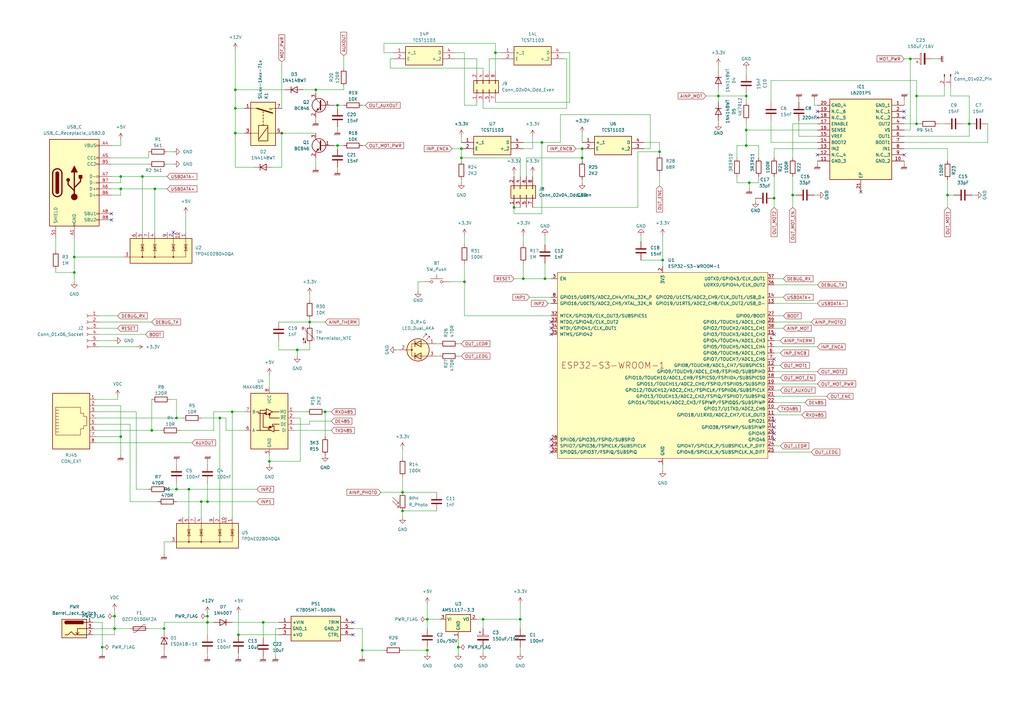
<source format=kicad_sch>
(kicad_sch (version 20230121) (generator eeschema)
  (paper "A3")
  (junction (at 49.53 72.39))
  (junction (at 165.1 201.93))
  (junction (at 214.63 114.3))
  (junction (at 115.57 54.61))
  (junction (at 72.39 171.45))
  (junction (at 96.52 36.83))
  (junction (at 90.17 171.45))
  (junction (at 271.78 106.68))
  (junction (at 110.49 189.23))
  (junction (at 270.51 62.23))
  (junction (at 127 132.08))
  (junction (at 165.1 209.55))
  (junction (at 203.2 21.59))
  (junction (at 198.12 254))
  (junction (at 222.25 58.42))
  (junction (at 49.53 77.47))
  (junction (at 187.96 265.43))
  (junction (at 138.43 59.69))
  (junction (at 95.25 168.91))
  (junction (at 85.09 255.27))
  (junction (at 138.43 43.18))
  (junction (at 97.79 260.35))
  (junction (at 175.26 254))
  (junction (at 96.52 54.61))
  (junction (at 294.64 39.37))
  (junction (at 189.23 60.96))
  (junction (at 306.07 53.34))
  (junction (at 375.92 50.8))
  (junction (at 238.76 60.96))
  (junction (at 49.53 179.07))
  (junction (at 397.51 50.8))
  (junction (at 189.23 64.77))
  (junction (at 46.99 252.73))
  (junction (at 133.35 168.91))
  (junction (at 121.92 143.51))
  (junction (at 148.59 266.7))
  (junction (at 129.54 36.83))
  (junction (at 58.42 72.39))
  (junction (at 72.39 200.66))
  (junction (at 388.62 80.01))
  (junction (at 306.07 59.69))
  (junction (at 238.76 64.77))
  (junction (at 307.34 74.93))
  (junction (at 190.5 115.57))
  (junction (at 46.99 257.81))
  (junction (at 96.52 44.45))
  (junction (at 77.47 200.66))
  (junction (at 317.5 81.28))
  (junction (at 306.07 39.37))
  (junction (at 30.48 111.76))
  (junction (at 63.5 77.47))
  (junction (at 223.52 114.3))
  (junction (at 82.55 205.74))
  (junction (at 30.48 105.41))
  (junction (at 85.09 252.73))
  (junction (at 375.92 39.37))
  (junction (at 325.12 80.01))
  (junction (at 41.91 265.43))
  (junction (at 213.36 254))
  (junction (at 175.26 266.7))
  (junction (at 107.95 255.27))
  (junction (at 85.09 205.74))
  (junction (at 67.31 257.81))
  (junction (at 373.38 24.13))
  (junction (at 210.82 85.09))
  (junction (at 62.23 176.53))
  (no_connect (at 370.84 63.5))
  (no_connect (at 335.28 63.5))
  (no_connect (at 317.5 180.34))
  (no_connect (at 353.06 78.74))
  (no_connect (at 144.78 260.35))
  (no_connect (at 45.72 90.17))
  (no_connect (at 226.06 132.08))
  (no_connect (at 317.5 177.8))
  (no_connect (at 144.78 255.27))
  (no_connect (at 317.5 172.72))
  (no_connect (at 335.28 48.26))
  (no_connect (at 335.28 45.72))
  (no_connect (at 71.12 95.25))
  (no_connect (at 317.5 147.32))
  (no_connect (at 370.84 45.72))
  (no_connect (at 226.06 180.34))
  (no_connect (at 317.5 137.16))
  (no_connect (at 226.06 185.42))
  (no_connect (at 370.84 48.26))
  (no_connect (at 226.06 134.62))
  (no_connect (at 317.5 175.26))
  (no_connect (at 226.06 137.16))
  (no_connect (at 226.06 182.88))
  (no_connect (at 45.72 87.63))
  (wire (pts (xy 85.09 255.27) (xy 87.63 255.27)))
  (wire (pts (xy 40.64 129.54) (xy 48.26 129.54)))
  (wire (pts (xy 210.82 85.09) (xy 213.36 85.09)))
  (wire (pts (xy 370.84 24.13) (xy 373.38 24.13)))
  (wire (pts (xy 46.99 257.81) (xy 46.99 260.35)))
  (wire (pts (xy 184.15 115.57) (xy 190.5 115.57)))
  (wire (pts (xy 95.25 168.91) (xy 95.25 212.09)))
  (wire (pts (xy 149.86 43.18) (xy 148.59 43.18)))
  (wire (pts (xy 125.73 168.91) (xy 120.65 168.91)))
  (wire (pts (xy 92.71 176.53) (xy 100.33 176.53)))
  (wire (pts (xy 294.64 50.8) (xy 294.64 49.53)))
  (wire (pts (xy 49.53 80.01) (xy 49.53 77.47)))
  (wire (pts (xy 104.14 68.58) (xy 96.52 68.58)))
  (wire (pts (xy 55.88 200.66) (xy 55.88 168.91)))
  (wire (pts (xy 321.31 114.3) (xy 317.5 114.3)))
  (wire (pts (xy 217.17 121.92) (xy 226.06 121.92)))
  (wire (pts (xy 95.25 255.27) (xy 107.95 255.27)))
  (wire (pts (xy 62.23 176.53) (xy 66.04 176.53)))
  (wire (pts (xy 40.64 134.62) (xy 48.26 134.62)))
  (wire (pts (xy 87.63 168.91) (xy 95.25 168.91)))
  (wire (pts (xy 187.96 265.43) (xy 187.96 267.97)))
  (wire (pts (xy 138.43 60.96) (xy 138.43 59.69)))
  (wire (pts (xy 335.28 66.04) (xy 335.28 67.31)))
  (wire (pts (xy 210.82 71.12) (xy 210.82 72.39)))
  (wire (pts (xy 140.97 36.83) (xy 129.54 36.83)))
  (wire (pts (xy 46.99 250.19) (xy 46.99 252.73)))
  (wire (pts (xy 306.07 39.37) (xy 306.07 41.91)))
  (wire (pts (xy 320.04 139.7) (xy 317.5 139.7)))
  (wire (pts (xy 394.97 50.8) (xy 397.51 50.8)))
  (wire (pts (xy 120.65 176.53) (xy 135.89 176.53)))
  (wire (pts (xy 321.31 121.92) (xy 317.5 121.92)))
  (wire (pts (xy 186.69 24.13) (xy 195.58 24.13)))
  (wire (pts (xy 72.39 190.5) (xy 72.39 189.23)))
  (wire (pts (xy 198.12 267.97) (xy 198.12 265.43)))
  (wire (pts (xy 96.52 36.83) (xy 116.84 36.83)))
  (wire (pts (xy 49.53 59.69) (xy 45.72 59.69)))
  (wire (pts (xy 111.76 68.58) (xy 115.57 68.58)))
  (wire (pts (xy 38.1 255.27) (xy 41.91 255.27)))
  (wire (pts (xy 325.12 64.77) (xy 325.12 50.8)))
  (wire (pts (xy 388.62 60.96) (xy 370.84 60.96)))
  (wire (pts (xy 127 132.08) (xy 133.35 132.08)))
  (wire (pts (xy 223.52 107.95) (xy 223.52 114.3)))
  (wire (pts (xy 233.68 21.59) (xy 231.14 21.59)))
  (wire (pts (xy 294.64 39.37) (xy 306.07 39.37)))
  (wire (pts (xy 317.5 72.39) (xy 317.5 81.28)))
  (wire (pts (xy 335.28 152.4) (xy 317.5 152.4)))
  (wire (pts (xy 370.84 53.34) (xy 373.38 53.34)))
  (wire (pts (xy 306.07 59.69) (xy 302.26 59.69)))
  (wire (pts (xy 189.23 74.93) (xy 189.23 73.66)))
  (wire (pts (xy 82.55 212.09) (xy 82.55 205.74)))
  (wire (pts (xy 318.77 167.64) (xy 317.5 167.64)))
  (wire (pts (xy 71.12 62.23) (xy 68.58 62.23)))
  (wire (pts (xy 321.31 129.54) (xy 317.5 129.54)))
  (wire (pts (xy 160.02 27.94) (xy 160.02 24.13)))
  (wire (pts (xy 405.13 58.42) (xy 405.13 50.8)))
  (wire (pts (xy 120.65 171.45) (xy 123.19 171.45)))
  (wire (pts (xy 400.05 80.01) (xy 398.78 80.01)))
  (wire (pts (xy 373.38 24.13) (xy 374.65 24.13)))
  (wire (pts (xy 387.35 39.37) (xy 375.92 39.37)))
  (wire (pts (xy 138.43 59.69) (xy 137.16 59.69)))
  (wire (pts (xy 85.09 269.24) (xy 85.09 267.97)))
  (wire (pts (xy 388.62 66.04) (xy 388.62 60.96)))
  (wire (pts (xy 195.58 43.18) (xy 195.58 41.91)))
  (wire (pts (xy 264.16 58.42) (xy 270.51 58.42)))
  (wire (pts (xy 236.22 60.96) (xy 238.76 60.96)))
  (wire (pts (xy 82.55 205.74) (xy 85.09 205.74)))
  (wire (pts (xy 96.52 68.58) (xy 96.52 54.61)))
  (wire (pts (xy 198.12 27.94) (xy 198.12 29.21)))
  (wire (pts (xy 370.84 40.64) (xy 370.84 43.18)))
  (wire (pts (xy 110.49 189.23) (xy 110.49 190.5)))
  (wire (pts (xy 203.2 17.78) (xy 203.2 21.59)))
  (wire (pts (xy 186.69 21.59) (xy 190.5 21.59)))
  (wire (pts (xy 157.48 17.78) (xy 203.2 17.78)))
  (wire (pts (xy 73.66 176.53) (xy 87.63 176.53)))
  (wire (pts (xy 306.07 53.34) (xy 306.07 59.69)))
  (wire (pts (xy 189.23 146.05) (xy 187.96 146.05)))
  (wire (pts (xy 69.85 163.83) (xy 72.39 163.83)))
  (wire (pts (xy 270.51 62.23) (xy 261.62 62.23)))
  (wire (pts (xy 77.47 200.66) (xy 105.41 200.66)))
  (wire (pts (xy 175.26 247.65) (xy 175.26 254)))
  (wire (pts (xy 294.64 39.37) (xy 294.64 41.91)))
  (wire (pts (xy 370.84 66.04) (xy 370.84 67.31)))
  (wire (pts (xy 198.12 254) (xy 198.12 257.81)))
  (wire (pts (xy 270.51 62.23) (xy 270.51 63.5)))
  (wire (pts (xy 189.23 140.97) (xy 187.96 140.97)))
  (wire (pts (xy 58.42 72.39) (xy 58.42 95.25)))
  (wire (pts (xy 238.76 54.61) (xy 238.76 58.42)))
  (wire (pts (xy 138.43 44.45) (xy 138.43 43.18)))
  (wire (pts (xy 85.09 205.74) (xy 105.41 205.74)))
  (wire (pts (xy 195.58 254) (xy 198.12 254)))
  (wire (pts (xy 121.92 143.51) (xy 121.92 146.05)))
  (wire (pts (xy 114.3 257.81) (xy 113.03 257.81)))
  (wire (pts (xy 222.25 87.63) (xy 210.82 87.63)))
  (wire (pts (xy 30.48 111.76) (xy 30.48 105.41)))
  (wire (pts (xy 320.04 182.88) (xy 317.5 182.88)))
  (wire (pts (xy 63.5 77.47) (xy 68.58 77.47)))
  (wire (pts (xy 218.44 71.12) (xy 218.44 72.39)))
  (wire (pts (xy 317.5 60.96) (xy 335.28 60.96)))
  (wire (pts (xy 60.96 64.77) (xy 60.96 62.23)))
  (wire (pts (xy 58.42 72.39) (xy 68.58 72.39)))
  (wire (pts (xy 114.3 143.51) (xy 121.92 143.51)))
  (wire (pts (xy 162.56 143.51) (xy 163.83 143.51)))
  (wire (pts (xy 218.44 60.96) (xy 214.63 60.96)))
  (wire (pts (xy 165.1 266.7) (xy 175.26 266.7)))
  (wire (pts (xy 55.88 200.66) (xy 60.96 200.66)))
  (wire (pts (xy 148.59 266.7) (xy 157.48 266.7)))
  (wire (pts (xy 316.23 49.53) (xy 316.23 58.42)))
  (wire (pts (xy 55.88 168.91) (xy 39.37 168.91)))
  (wire (pts (xy 127 133.35) (xy 127 132.08)))
  (wire (pts (xy 49.53 179.07) (xy 49.53 186.69)))
  (wire (pts (xy 165.1 195.58) (xy 165.1 201.93)))
  (wire (pts (xy 46.99 257.81) (xy 53.34 257.81)))
  (wire (pts (xy 266.7 60.96) (xy 264.16 60.96)))
  (wire (pts (xy 302.26 72.39) (xy 302.26 74.93)))
  (wire (pts (xy 97.79 251.46) (xy 97.79 260.35)))
  (wire (pts (xy 96.52 36.83) (xy 96.52 20.32)))
  (wire (pts (xy 129.54 49.53) (xy 129.54 48.26)))
  (wire (pts (xy 389.89 39.37) (xy 397.51 39.37)))
  (wire (pts (xy 49.53 74.93) (xy 49.53 72.39)))
  (wire (pts (xy 203.2 29.21) (xy 203.2 21.59)))
  (wire (pts (xy 224.79 124.46) (xy 226.06 124.46)))
  (wire (pts (xy 40.64 132.08) (xy 62.23 132.08)))
  (wire (pts (xy 175.26 266.7) (xy 175.26 265.43)))
  (wire (pts (xy 317.5 81.28) (xy 317.5 85.09)))
  (wire (pts (xy 67.31 255.27) (xy 85.09 255.27)))
  (wire (pts (xy 180.34 146.05) (xy 179.07 146.05)))
  (wire (pts (xy 97.79 269.24) (xy 97.79 267.97)))
  (wire (pts (xy 165.1 212.09) (xy 165.1 209.55)))
  (wire (pts (xy 320.04 160.02) (xy 317.5 160.02)))
  (wire (pts (xy 67.31 267.97) (xy 67.31 266.7)))
  (wire (pts (xy 388.62 85.09) (xy 388.62 80.01)))
  (wire (pts (xy 198.12 44.45) (xy 232.41 44.45)))
  (wire (pts (xy 115.57 54.61) (xy 129.54 54.61)))
  (wire (pts (xy 330.2 165.1) (xy 317.5 165.1)))
  (wire (pts (xy 110.49 186.69) (xy 110.49 189.23)))
  (wire (pts (xy 213.36 254) (xy 213.36 247.65)))
  (wire (pts (xy 77.47 200.66) (xy 77.47 212.09)))
  (wire (pts (xy 325.12 85.09) (xy 325.12 80.01)))
  (wire (pts (xy 262.89 106.68) (xy 271.78 106.68)))
  (wire (pts (xy 294.64 36.83) (xy 294.64 39.37)))
  (wire (pts (xy 140.97 59.69) (xy 138.43 59.69)))
  (wire (pts (xy 189.23 55.88) (xy 189.23 58.42)))
  (wire (pts (xy 238.76 60.96) (xy 238.76 64.77)))
  (wire (pts (xy 85.09 190.5) (xy 85.09 189.23)))
  (wire (pts (xy 67.31 255.27) (xy 67.31 257.81)))
  (wire (pts (xy 200.66 29.21) (xy 200.66 24.13)))
  (wire (pts (xy 67.31 257.81) (xy 67.31 259.08)))
  (wire (pts (xy 67.31 222.25) (xy 69.85 222.25)))
  (wire (pts (xy 189.23 64.77) (xy 189.23 66.04)))
  (wire (pts (xy 325.12 80.01) (xy 325.12 72.39)))
  (wire (pts (xy 397.51 55.88) (xy 370.84 55.88)))
  (wire (pts (xy 232.41 44.45) (xy 232.41 24.13)))
  (wire (pts (xy 76.2 87.63) (xy 76.2 95.25)))
  (wire (pts (xy 48.26 163.83) (xy 39.37 163.83)))
  (wire (pts (xy 38.1 257.81) (xy 46.99 257.81)))
  (wire (pts (xy 85.09 198.12) (xy 85.09 205.74)))
  (wire (pts (xy 127 173.99) (xy 120.65 173.99)))
  (wire (pts (xy 332.74 132.08) (xy 317.5 132.08)))
  (wire (pts (xy 373.38 24.13) (xy 373.38 53.34)))
  (wire (pts (xy 261.62 85.09) (xy 218.44 85.09)))
  (wire (pts (xy 100.33 54.61) (xy 96.52 54.61)))
  (wire (pts (xy 232.41 24.13) (xy 231.14 24.13)))
  (wire (pts (xy 190.5 43.18) (xy 195.58 43.18)))
  (wire (pts (xy 335.28 124.46) (xy 317.5 124.46)))
  (wire (pts (xy 129.54 36.83) (xy 129.54 38.1)))
  (wire (pts (xy 328.93 170.18) (xy 317.5 170.18)))
  (wire (pts (xy 375.92 50.8) (xy 377.19 50.8)))
  (wire (pts (xy 223.52 96.52) (xy 223.52 100.33)))
  (wire (pts (xy 148.59 266.7) (xy 148.59 269.24)))
  (wire (pts (xy 326.39 80.01) (xy 325.12 80.01)))
  (wire (pts (xy 96.52 44.45) (xy 96.52 54.61)))
  (wire (pts (xy 92.71 171.45) (xy 92.71 176.53)))
  (wire (pts (xy 306.07 27.94) (xy 306.07 30.48)))
  (wire (pts (xy 123.19 189.23) (xy 110.49 189.23)))
  (wire (pts (xy 129.54 68.58) (xy 129.54 64.77)))
  (wire (pts (xy 39.37 179.07) (xy 49.53 179.07)))
  (wire (pts (xy 210.82 87.63) (xy 210.82 85.09)))
  (wire (pts (xy 60.96 257.81) (xy 67.31 257.81)))
  (wire (pts (xy 335.28 157.48) (xy 317.5 157.48)))
  (wire (pts (xy 40.64 142.24) (xy 55.88 142.24)))
  (wire (pts (xy 140.97 22.86) (xy 140.97 27.94)))
  (wire (pts (xy 307.34 74.93) (xy 311.15 74.93)))
  (wire (pts (xy 53.34 205.74) (xy 64.77 205.74)))
  (wire (pts (xy 384.81 50.8) (xy 387.35 50.8)))
  (wire (pts (xy 173.99 115.57) (xy 171.45 115.57)))
  (wire (pts (xy 135.89 172.72) (xy 127 172.72)))
  (wire (pts (xy 229.87 46.99) (xy 266.7 46.99)))
  (wire (pts (xy 39.37 171.45) (xy 72.39 171.45)))
  (wire (pts (xy 138.43 69.85) (xy 138.43 68.58)))
  (wire (pts (xy 190.5 21.59) (xy 190.5 43.18)))
  (wire (pts (xy 68.58 67.31) (xy 71.12 67.31)))
  (wire (pts (xy 39.37 166.37) (xy 49.53 166.37)))
  (wire (pts (xy 335.28 116.84) (xy 317.5 116.84)))
  (wire (pts (xy 214.63 114.3) (xy 223.52 114.3)))
  (wire (pts (xy 190.5 115.57) (xy 190.5 107.95)))
  (wire (pts (xy 41.91 265.43) (xy 41.91 267.97)))
  (wire (pts (xy 203.2 41.91) (xy 233.68 41.91)))
  (wire (pts (xy 213.36 64.77) (xy 213.36 72.39)))
  (wire (pts (xy 302.26 74.93) (xy 307.34 74.93)))
  (wire (pts (xy 30.48 105.41) (xy 30.48 97.79)))
  (wire (pts (xy 171.45 115.57) (xy 171.45 119.38)))
  (wire (pts (xy 327.66 55.88) (xy 335.28 55.88)))
  (wire (pts (xy 41.91 255.27) (xy 41.91 265.43)))
  (wire (pts (xy 335.28 142.24) (xy 317.5 142.24)))
  (wire (pts (xy 90.17 171.45) (xy 92.71 171.45)))
  (wire (pts (xy 38.1 260.35) (xy 46.99 260.35)))
  (wire (pts (xy 45.72 64.77) (xy 60.96 64.77)))
  (wire (pts (xy 30.48 115.57) (xy 30.48 111.76)))
  (wire (pts (xy 320.04 149.86) (xy 317.5 149.86)))
  (wire (pts (xy 271.78 106.68) (xy 271.78 109.22)))
  (wire (pts (xy 140.97 43.18) (xy 138.43 43.18)))
  (wire (pts (xy 214.63 96.52) (xy 214.63 100.33)))
  (wire (pts (xy 165.1 201.93) (xy 179.07 201.93)))
  (wire (pts (xy 175.26 267.97) (xy 175.26 266.7)))
  (wire (pts (xy 387.35 35.56) (xy 387.35 39.37)))
  (wire (pts (xy 148.59 257.81) (xy 148.59 266.7)))
  (wire (pts (xy 48.26 162.56) (xy 48.26 163.83)))
  (wire (pts (xy 124.46 36.83) (xy 129.54 36.83)))
  (wire (pts (xy 53.34 173.99) (xy 53.34 205.74)))
  (wire (pts (xy 114.3 132.08) (xy 127 132.08)))
  (wire (pts (xy 115.57 25.4) (xy 115.57 44.45)))
  (wire (pts (xy 320.04 144.78) (xy 317.5 144.78)))
  (wire (pts (xy 215.9 64.77) (xy 215.9 72.39)))
  (wire (pts (xy 72.39 205.74) (xy 82.55 205.74)))
  (wire (pts (xy 113.03 257.81) (xy 113.03 269.24)))
  (wire (pts (xy 270.51 76.2) (xy 270.51 71.12)))
  (wire (pts (xy 213.36 265.43) (xy 213.36 267.97)))
  (wire (pts (xy 121.92 143.51) (xy 127 143.51)))
  (wire (pts (xy 180.34 254) (xy 175.26 254)))
  (wire (pts (xy 238.76 64.77) (xy 215.9 64.77)))
  (wire (pts (xy 238.76 74.93) (xy 238.76 73.66)))
  (wire (pts (xy 317.5 60.96) (xy 317.5 64.77)))
  (wire (pts (xy 49.53 72.39) (xy 58.42 72.39)))
  (wire (pts (xy 321.31 134.62) (xy 317.5 134.62)))
  (wire (pts (xy 49.53 57.15) (xy 49.53 59.69)))
  (wire (pts (xy 157.48 21.59) (xy 161.29 21.59)))
  (wire (pts (xy 320.04 154.94) (xy 317.5 154.94)))
  (wire (pts (xy 266.7 46.99) (xy 266.7 60.96)))
  (wire (pts (xy 165.1 184.15) (xy 165.1 187.96)))
  (wire (pts (xy 261.62 62.23) (xy 261.62 85.09)))
  (wire (pts (xy 40.64 139.7) (xy 46.99 139.7)))
  (wire (pts (xy 307.34 74.93) (xy 307.34 77.47)))
  (wire (pts (xy 114.3 260.35) (xy 97.79 260.35)))
  (wire (pts (xy 156.21 201.93) (xy 165.1 201.93)))
  (wire (pts (xy 389.89 35.56) (xy 389.89 39.37)))
  (wire (pts (xy 39.37 173.99) (xy 53.34 173.99)))
  (wire (pts (xy 397.51 50.8) (xy 397.51 55.88)))
  (wire (pts (xy 133.35 168.91) (xy 135.89 168.91)))
  (wire (pts (xy 335.28 58.42) (xy 316.23 58.42)))
  (wire (pts (xy 210.82 114.3) (xy 214.63 114.3)))
  (wire (pts (xy 222.25 58.42) (xy 229.87 58.42)))
  (wire (pts (xy 233.68 41.91) (xy 233.68 21.59)))
  (wire (pts (xy 45.72 74.93) (xy 49.53 74.93)))
  (wire (pts (xy 22.86 111.76) (xy 30.48 111.76)))
  (wire (pts (xy 22.86 110.49) (xy 22.86 111.76)))
  (wire (pts (xy 45.72 77.47) (xy 49.53 77.47)))
  (wire (pts (xy 110.49 153.67) (xy 110.49 158.75)))
  (wire (pts (xy 190.5 115.57) (xy 190.5 129.54)))
  (wire (pts (xy 127 172.72) (xy 127 173.99)))
  (wire (pts (xy 238.76 66.04) (xy 238.76 64.77)))
  (wire (pts (xy 140.97 36.83) (xy 140.97 35.56)))
  (wire (pts (xy 123.19 171.45) (xy 123.19 189.23)))
  (wire (pts (xy 157.48 21.59) (xy 157.48 17.78)))
  (wire (pts (xy 198.12 41.91) (xy 198.12 44.45)))
  (wire (pts (xy 203.2 21.59) (xy 205.74 21.59)))
  (wire (pts (xy 45.72 80.01) (xy 49.53 80.01)))
  (wire (pts (xy 85.09 251.46) (xy 85.09 252.73)))
  (wire (pts (xy 72.39 171.45) (xy 74.93 171.45)))
  (wire (pts (xy 214.63 58.42) (xy 222.25 58.42)))
  (wire (pts (xy 289.56 39.37) (xy 294.64 39.37)))
  (wire (pts (xy 332.74 185.42) (xy 317.5 185.42)))
  (wire (pts (xy 30.48 105.41) (xy 50.8 105.41)))
  (wire (pts (xy 339.09 162.56) (xy 317.5 162.56)))
  (wire (pts (xy 316.23 33.02) (xy 375.92 33.02)))
  (wire (pts (xy 189.23 64.77) (xy 213.36 64.77)))
  (wire (pts (xy 187.96 261.62) (xy 187.96 265.43)))
  (wire (pts (xy 144.78 257.81) (xy 148.59 257.81)))
  (wire (pts (xy 62.23 163.83) (xy 62.23 176.53)))
  (wire (pts (xy 180.34 140.97) (xy 179.07 140.97)))
  (wire (pts (xy 133.35 179.07) (xy 133.35 168.91)))
  (wire (pts (xy 370.84 50.8) (xy 375.92 50.8)))
  (wire (pts (xy 195.58 24.13) (xy 195.58 29.21)))
  (wire (pts (xy 49.53 166.37) (xy 49.53 179.07)))
  (wire (pts (xy 309.88 82.55) (xy 309.88 81.28)))
  (wire (pts (xy 90.17 171.45) (xy 90.17 212.09)))
  (wire (pts (xy 68.58 200.66) (xy 72.39 200.66)))
  (wire (pts (xy 302.26 59.69) (xy 302.26 64.77)))
  (wire (pts (xy 85.09 252.73) (xy 85.09 255.27)))
  (wire (pts (xy 127 130.81) (xy 127 132.08)))
  (wire (pts (xy 114.3 139.7) (xy 114.3 143.51)))
  (wire (pts (xy 149.86 59.69) (xy 148.59 59.69)))
  (wire (pts (xy 271.78 96.52) (xy 271.78 106.68)))
  (wire (pts (xy 370.84 58.42) (xy 405.13 58.42)))
  (wire (pts (xy 306.07 59.69) (xy 311.15 59.69)))
  (wire (pts (xy 127 140.97) (xy 127 143.51)))
  (wire (pts (xy 214.63 107.95) (xy 214.63 114.3)))
  (wire (pts (xy 160.02 24.13) (xy 161.29 24.13)))
  (wire (pts (xy 45.72 67.31) (xy 60.96 67.31)))
  (wire (pts (xy 45.72 72.39) (xy 49.53 72.39)))
  (wire (pts (xy 39.37 181.61) (xy 78.74 181.61)))
  (wire (pts (xy 107.95 261.62) (xy 107.95 255.27)))
  (wire (pts (xy 190.5 96.52) (xy 190.5 100.33)))
  (wire (pts (xy 262.89 96.52) (xy 262.89 99.06)))
  (wire (pts (xy 190.5 129.54) (xy 226.06 129.54)))
  (wire (pts (xy 384.81 24.13) (xy 382.27 24.13)))
  (wire (pts (xy 63.5 95.25) (xy 63.5 77.47)))
  (wire (pts (xy 334.01 43.18) (xy 334.01 40.64)))
  (wire (pts (xy 335.28 80.01) (xy 334.01 80.01)))
  (wire (pts (xy 316.23 41.91) (xy 316.23 33.02)))
  (wire (pts (xy 223.52 114.3) (xy 226.06 114.3)))
  (wire (pts (xy 40.64 137.16) (xy 59.69 137.16)))
  (wire (pts (xy 375.92 39.37) (xy 375.92 50.8)))
  (wire (pts (xy 138.43 53.34) (xy 138.43 52.07)))
  (wire (pts (xy 218.44 55.88) (xy 218.44 60.96)))
  (wire (pts (xy 175.26 254) (xy 175.26 257.81)))
  (wire (pts (xy 138.43 43.18) (xy 137.16 43.18)))
  (wire (pts (xy 87.63 176.53) (xy 87.63 168.91)))
  (wire (pts (xy 49.53 77.47) (xy 63.5 77.47)))
  (wire (pts (xy 107.95 255.27) (xy 114.3 255.27)))
  (wire (pts (xy 327.66 49.53) (xy 327.66 55.88)))
  (wire (pts (xy 229.87 58.42) (xy 229.87 46.99)))
  (wire (pts (xy 115.57 54.61) (xy 115.57 68.58)))
  (wire (pts (xy 388.62 80.01) (xy 388.62 73.66)))
  (wire (pts (xy 325.12 50.8) (xy 335.28 50.8)))
  (wire (pts (xy 72.39 163.83) (xy 72.39 171.45)))
  (wire (pts (xy 271.78 193.04) (xy 271.78 190.5)))
  (wire (pts (xy 335.28 43.18) (xy 334.01 43.18)))
  (wire (pts (xy 82.55 171.45) (xy 90.17 171.45)))
  (wire (pts (xy 335.28 53.34) (xy 306.07 53.34)))
  (wire (pts (xy 213.36 254) (xy 213.36 257.81)))
  (wire (pts (xy 306.07 49.53) (xy 306.07 53.34)))
  (wire (pts (xy 95.25 168.91) (xy 100.33 168.91)))
  (wire (pts (xy 67.31 227.33) (xy 67.31 222.25)))
  (wire (pts (xy 85.09 255.27) (xy 85.09 260.35)))
  (wire (pts (xy 327.66 40.64) (xy 327.66 41.91)))
  (wire (pts (xy 306.07 38.1) (xy 306.07 39.37)))
  (wire (pts (xy 200.66 24.13) (xy 205.74 24.13)))
  (wire (pts (xy 294.64 26.67) (xy 294.64 29.21)))
  (wire (pts (xy 39.37 176.53) (xy 62.23 176.53)))
  (wire (pts (xy 397.51 39.37) (xy 397.51 50.8)))
  (wire (pts (xy 391.16 80.01) (xy 388.62 80.01)))
  (wire (pts (xy 222.25 58.42) (xy 222.25 87.63)))
  (wire (pts (xy 72.39 198.12) (xy 72.39 200.66)))
  (wire (pts (xy 127 120.65) (xy 127 123.19)))
  (wire (pts (xy 160.02 27.94) (xy 198.12 27.94)))
  (wire (pts (xy 72.39 200.66) (xy 77.47 200.66)))
  (wire (pts (xy 270.51 58.42) (xy 270.51 62.23)))
  (wire (pts (xy 311.15 59.69) (xy 311.15 64.77)))
  (wire (pts (xy 375.92 33.02) (xy 375.92 39.37)))
  (wire (pts (xy 311.15 72.39) (xy 311.15 74.93)))
  (wire (pts (xy 100.33 44.45) (xy 96.52 44.45)))
  (wire (pts (xy 189.23 60.96) (xy 189.23 64.77)))
  (wire (pts (xy 46.99 252.73) (xy 46.99 257.81)))
  (wire (pts (xy 185.42 60.96) (xy 189.23 60.96)))
  (wire (pts (xy 22.86 97.79) (xy 22.86 102.87)))
  (wire (pts (xy 198.12 254) (xy 213.36 254)))
  (wire (pts (xy 165.1 209.55) (xy 179.07 209.55)))
  (wire (pts (xy 96.52 44.45) (xy 96.52 36.83)))
  (global_label "INP_ENCA" (shape input) (at 335.28 142.24 0) (property "Intersheetrefs" "${INTERSHEET_REFS}" (effects hide)))
  (global_label "AUXOUT" (shape input) (at 140.97 22.86 90) (property "Intersheetrefs" "${INTERSHEET_REFS}" (effects hide)))
  (global_label "OUT_MOT1" (shape input) (at 388.62 85.09 270) (property "Intersheetrefs" "${INTERSHEET_REFS}" (effects hide)))
  (global_label "RESET" (shape input) (at 48.26 134.62 0) (property "Intersheetrefs" "${INTERSHEET_REFS}" (effects hide)))
  (global_label "AINP_THERM" (shape input) (at 320.04 139.7 0) (property "Intersheetrefs" "${INTERSHEET_REFS}" (effects hide)))
  (global_label "BOOT" (shape input) (at 59.69 137.16 0) (property "Intersheetrefs" "${INTERSHEET_REFS}" (effects hide)))
  (global_label "RXD485" (shape input) (at 328.93 170.18 0) (property "Intersheetrefs" "${INTERSHEET_REFS}" (effects hide)))
  (global_label "OUT_ENC" (shape input) (at 339.09 162.56 0) (property "Intersheetrefs" "${INTERSHEET_REFS}" (effects hide)))
  (global_label "OUT_MOT_EN" (shape input) (at 320.04 154.94 0) (property "Intersheetrefs" "${INTERSHEET_REFS}" (effects hide)))
  (global_label "INP_ENCA" (shape input) (at 185.42 60.96 180) (property "Intersheetrefs" "${INTERSHEET_REFS}" (effects hide)))
  (global_label "OUT_MOT_EN" (shape input) (at 325.12 85.09 270) (property "Intersheetrefs" "${INTERSHEET_REFS}" (effects hide)))
  (global_label "USBDATA-" (shape input) (at 335.28 124.46 0) (property "Intersheetrefs" "${INTERSHEET_REFS}" (effects hide)))
  (global_label "OUT_MOT_PWR" (shape input) (at 149.86 59.69 0) (property "Intersheetrefs" "${INTERSHEET_REFS}" (effects hide)))
  (global_label "AUXOUT" (shape input) (at 78.74 181.61 0) (property "Intersheetrefs" "${INTERSHEET_REFS}" (effects hide)))
  (global_label "DEBUG_TX" (shape input) (at 335.28 116.84 0) (property "Intersheetrefs" "${INTERSHEET_REFS}" (effects hide)))
  (global_label "USBDATA+" (shape input) (at 68.58 77.47 0) (property "Intersheetrefs" "${INTERSHEET_REFS}" (effects hide)))
  (global_label "RXD485" (shape input) (at 135.89 168.91 0) (property "Intersheetrefs" "${INTERSHEET_REFS}" (effects hide)))
  (global_label "USBDATA-" (shape input) (at 68.58 72.39 0) (property "Intersheetrefs" "${INTERSHEET_REFS}" (effects hide)))
  (global_label "MOT_PWR" (shape input) (at 115.57 25.4 90) (property "Intersheetrefs" "${INTERSHEET_REFS}" (effects hide)))
  (global_label "MOT_PWR" (shape input) (at 370.84 24.13 180) (property "Intersheetrefs" "${INTERSHEET_REFS}" (effects hide)))
  (global_label "OUT_AUXOUT" (shape input) (at 149.86 43.18 0) (property "Intersheetrefs" "${INTERSHEET_REFS}" (effects hide)))
  (global_label "AINP_PHOTO" (shape input) (at 332.74 132.08 0) (property "Intersheetrefs" "${INTERSHEET_REFS}" (effects hide)))
  (global_label "INP2" (shape input) (at 105.41 200.66 0) (property "Intersheetrefs" "${INTERSHEET_REFS}" (effects hide)))
  (global_label "DE485" (shape input) (at 330.2 165.1 0) (property "Intersheetrefs" "${INTERSHEET_REFS}" (effects hide)))
  (global_label "INP_ENCB" (shape input) (at 236.22 60.96 180) (property "Intersheetrefs" "${INTERSHEET_REFS}" (effects hide)))
  (global_label "DEBUG_TX" (shape input) (at 62.23 132.08 0) (property "Intersheetrefs" "${INTERSHEET_REFS}" (effects hide)))
  (global_label "OUT_MOT_PWR" (shape input) (at 335.28 157.48 0) (property "Intersheetrefs" "${INTERSHEET_REFS}" (effects hide)))
  (global_label "OUT_MOT2" (shape input) (at 335.28 152.4 0) (property "Intersheetrefs" "${INTERSHEET_REFS}" (effects hide)))
  (global_label "DEBUG_RX" (shape input) (at 321.31 114.3 0) (property "Intersheetrefs" "${INTERSHEET_REFS}" (effects hide)))
  (global_label "OUT_LEDR" (shape input) (at 189.23 140.97 0) (property "Intersheetrefs" "${INTERSHEET_REFS}" (effects hide)))
  (global_label "OUT_MOT1" (shape input) (at 320.04 149.86 0) (property "Intersheetrefs" "${INTERSHEET_REFS}" (effects hide)))
  (global_label "AINP_MOT" (shape input) (at 321.31 134.62 0) (property "Intersheetrefs" "${INTERSHEET_REFS}" (effects hide)))
  (global_label "INP1" (shape input) (at 105.41 205.74 0) (property "Intersheetrefs" "${INTERSHEET_REFS}" (effects hide)))
  (global_label "RESET" (shape input) (at 210.82 114.3 180) (property "Intersheetrefs" "${INTERSHEET_REFS}" (effects hide)))
  (global_label "USBDATA+" (shape input) (at 321.31 121.92 0) (property "Intersheetrefs" "${INTERSHEET_REFS}" (effects hide)))
  (global_label "DEBUG_RX" (shape input) (at 48.26 129.54 0) (property "Intersheetrefs" "${INTERSHEET_REFS}" (effects hide)))
  (global_label "OUT_MOT2" (shape input) (at 317.5 85.09 270) (property "Intersheetrefs" "${INTERSHEET_REFS}" (effects hide)))
  (global_label "DE485" (shape input) (at 135.89 172.72 0) (property "Intersheetrefs" "${INTERSHEET_REFS}" (effects hide)))
  (global_label "BOOT" (shape input) (at 321.31 129.54 0) (property "Intersheetrefs" "${INTERSHEET_REFS}" (effects hide)))
  (global_label "OUT_LEDG" (shape input) (at 332.74 185.42 0) (property "Intersheetrefs" "${INTERSHEET_REFS}" (effects hide)))
  (global_label "OUT_LEDG" (shape input) (at 189.23 146.05 0) (property "Intersheetrefs" "${INTERSHEET_REFS}" (effects hide)))
  (global_label "INP2" (shape input) (at 224.79 124.46 180) (property "Intersheetrefs" "${INTERSHEET_REFS}" (effects hide)))
  (global_label "TXD485" (shape input) (at 135.89 176.53 0) (property "Intersheetrefs" "${INTERSHEET_REFS}" (effects hide)))
  (global_label "OUT_ENC" (shape input) (at 270.51 76.2 270) (property "Intersheetrefs" "${INTERSHEET_REFS}" (effects hide)))
  (global_label "INP1" (shape input) (at 217.17 121.92 180) (property "Intersheetrefs" "${INTERSHEET_REFS}" (effects hide)))
  (global_label "OUT_AUXOUT" (shape input) (at 320.04 160.02 0) (property "Intersheetrefs" "${INTERSHEET_REFS}" (effects hide)))
  (global_label "INP_ENCB" (shape input) (at 320.04 144.78 0) (property "Intersheetrefs" "${INTERSHEET_REFS}" (effects hide)))
  (global_label "OUT_LEDR" (shape input) (at 320.04 182.88 0) (property "Intersheetrefs" "${INTERSHEET_REFS}" (effects hide)))
  (global_label "TXD485" (shape input) (at 318.77 167.64 0) (property "Intersheetrefs" "${INTERSHEET_REFS}" (effects hide)))
  (global_label "AINP_PHOTO" (shape input) (at 156.21 201.93 180) (property "Intersheetrefs" "${INTERSHEET_REFS}" (effects hide)))
  (global_label "AINP_MOT" (shape input) (at 289.56 39.37 180) (property "Intersheetrefs" "${INTERSHEET_REFS}" (effects hide)))
  (global_label "AINP_THERM" (shape input) (at 133.35 132.08 0) (property "Intersheetrefs" "${INTERSHEET_REFS}" (effects hide)))
  (symbol (lib_id "Optosensor:TCST1103") (at 205.74 21.59 0) (unit 1)
    (property "Reference" "14L" (at 218.44 13.97 0))
    (property "Value" "TCST1103" (at 218.44 16.51 0))
    (property "Footprint" "TCST1103" (effects hide))
    (property "Datasheet" "http://uk.rs-online.com/web/p/products/7085538" (effects hide))
    (property "Manufacturer_Name" "Vishay" (effects hide))
    (property "Manufacturer_Part_Number" "TCST1103" (effects hide))
    (property "Mouser Part Number" "782-TCST1103" (effects hide))
    (property "Mouser Price/Stock" "https://www.mouser.co.uk/ProductDetail/Vishay-Semiconductors/TCST1103?qs=wiO5jjUX9wvR71xzvYTPYQ%3D%3D" (effects hide))
    (property "Arrow Part Number" "TCST1103" (effects hide))
    (property "Arrow Price/Stock" "https://www.arrow.com/en/products/tcst1103/vishay?region=europe" (effects hide))
  )
  (symbol (lib_name "GND_3") (lib_id "power:GND") (at 262.89 96.52 180) (unit 1)
    (property "Reference" "#PWR059" (effects hide))
    (property "Value" "GND" (at 262.89 92.71 0))
  )
  (symbol (lib_id "Device:C") (at 213.36 261.62 0) (unit 1)
    (property "Reference" "C1" (at 217.17 260.35 0) (effects (justify left)))
    (property "Value" "100nF" (at 217.17 262.89 0) (effects (justify left)))
    (property "Footprint" "Capacitor_SMD:C_0805_2012Metric_Pad1.18x1.45mm_HandSolder" (effects hide))
  )
  (symbol (lib_id "power:GNDPWR") (at 334.01 40.64 180) (unit 1)
    (property "Reference" "#PWR025" (effects hide))
    (property "Value" "GNDPWR" (effects hide))
  )
  (symbol (lib_id "Device:C") (at 72.39 194.31 0) (unit 1)
    (property "Reference" "C5" (at 76.2 193.04 0) (effects (justify left)))
    (property "Value" "100nF" (at 76.2 195.58 0) (effects (justify left)))
    (property "Footprint" "Capacitor_SMD:C_0805_2012Metric_Pad1.18x1.45mm_HandSolder" (effects hide))
  )
  (symbol (lib_id "power:GNDPWR") (at 129.54 49.53 0) (unit 1)
    (property "Reference" "#PWR047" (effects hide))
    (property "Value" "GNDPWR" (effects hide))
  )
  (symbol (lib_id "Regulator_Linear:AMS1117-3.3") (at 187.96 254 0) (unit 1)
    (property "Reference" "U3" (at 187.96 247.65 0))
    (property "Value" "AMS1117-3.3" (at 187.96 250.19 0))
    (property "Footprint" "Package_TO_SOT_SMD:SOT-223-3_TabPin2" (effects hide))
    (property "Datasheet" "http://www.advanced-monolithic.com/pdf/ds1117.pdf" (effects hide))
  )
  (symbol (lib_id "Device:C") (at 223.52 104.14 0) (unit 1)
    (property "Reference" "C12" (at 227.33 102.87 0) (effects (justify left)))
    (property "Value" "1nF" (at 227.33 105.41 0) (effects (justify left)))
    (property "Footprint" "Capacitor_SMD:C_0805_2012Metric_Pad1.18x1.45mm_HandSolder" (effects hide))
  )
  (symbol (lib_name "GND_2") (lib_id "power:GND") (at 71.12 67.31 90) (unit 1)
    (property "Reference" "#PWR04" (effects hide))
    (property "Value" "GND" (at 74.93 67.31 90) (effects (justify right)))
  )
  (symbol (lib_id "Transistor_BJT:BC846") (at 132.08 59.69 0) (mirror y) (unit 1)
    (property "Reference" "Q1" (at 127 58.42 0) (effects (justify left)))
    (property "Value" "BC846" (at 127 60.96 0) (effects (justify left)))
    (property "Footprint" "Package_TO_SOT_SMD:SOT-23" (effects hide))
    (property "Datasheet" "https://assets.nexperia.com/documents/data-sheet/BC846_SER.pdf" (effects hide))
  )
  (symbol (lib_id "power:GNDPWR") (at 335.28 67.31 0) (unit 1)
    (property "Reference" "#PWR021" (effects hide))
    (property "Value" "GNDPWR" (effects hide))
  )
  (symbol (lib_id "Device:R") (at 325.12 68.58 0) (unit 1)
    (property "Reference" "R22" (at 327.66 68.58 90))
    (property "Value" "100R" (at 322.58 68.58 90))
    (property "Footprint" "Resistor_SMD:R_0805_2012Metric_Pad1.20x1.40mm_HandSolder" (effects hide))
  )
  (symbol (lib_id "power:+3.3V") (at 190.5 96.52 0) (unit 1)
    (property "Reference" "#PWR065" (effects hide))
    (property "Value" "+3.3V" (at 190.5 91.44 0))
  )
  (symbol (lib_id "power:PWR_FLAG") (at 41.91 265.43 270) (unit 1)
    (property "Reference" "#FLG02" (effects hide))
    (property "Value" "PWR_FLAG" (at 45.72 265.43 90) (effects (justify left)))
  )
  (symbol (lib_id "Device:C_Polarized") (at 198.12 261.62 0) (unit 1)
    (property "Reference" "C3" (at 201.93 259.461 0) (effects (justify left)))
    (property "Value" "150uF/16V" (at 201.93 262.001 0) (effects (justify left)))
    (property "Footprint" "Capacitor_SMD:CP_Elec_6.3x7.7" (effects hide))
  )
  (symbol (lib_name "GND_3") (lib_id "power:GND") (at 306.07 27.94 180) (unit 1)
    (property "Reference" "#PWR022" (effects hide))
    (property "Value" "GND" (at 306.07 24.13 0))
  )
  (symbol (lib_id "power:GNDPWR") (at 67.31 227.33 0) (unit 1)
    (property "Reference" "#PWR08" (effects hide))
    (property "Value" "GNDPWR" (effects hide))
  )
  (symbol (lib_id "power:GNDPWR") (at 41.91 267.97 0) (unit 1)
    (property "Reference" "#PWR041" (effects hide))
    (property "Value" "GNDPWR" (effects hide))
  )
  (symbol (lib_id "power:+3.3V") (at 210.82 71.12 0) (unit 1)
    (property "Reference" "#PWR048" (effects hide))
    (property "Value" "+3.3V" (at 210.82 66.04 0))
  )
  (symbol (lib_id "Device:C") (at 85.09 194.31 0) (unit 1)
    (property "Reference" "C4" (at 88.9 193.04 0) (effects (justify left)))
    (property "Value" "100nF" (at 88.9 195.58 0) (effects (justify left)))
    (property "Footprint" "Capacitor_SMD:C_0805_2012Metric_Pad1.18x1.45mm_HandSolder" (effects hide))
  )
  (symbol (lib_id "power:GNDPWR") (at 113.03 269.24 0) (unit 1)
    (property "Reference" "#PWR039" (effects hide))
    (property "Value" "GNDPWR" (effects hide))
  )
  (symbol (lib_id "power:VDC") (at 48.26 162.56 0) (unit 1)
    (property "Reference" "#PWR043" (effects hide))
    (property "Value" "VDC" (at 48.26 157.48 0))
  )
  (symbol (lib_id "Device:C") (at 138.43 64.77 0) (unit 1)
    (property "Reference" "C21" (at 142.24 63.5 0) (effects (justify left)))
    (property "Value" "15nF" (at 142.24 66.04 0) (effects (justify left)))
    (property "Footprint" "Capacitor_SMD:C_0805_2012Metric_Pad1.18x1.45mm_HandSolder" (effects hide))
  )
  (symbol (lib_id "Device:R") (at 69.85 176.53 90) (unit 1)
    (property "Reference" "R4" (at 69.85 171.45 90))
    (property "Value" "10R" (at 69.85 173.99 90))
    (property "Footprint" "Resistor_SMD:R_0805_2012Metric_Pad1.20x1.40mm_HandSolder" (effects hide))
  )
  (symbol (lib_id "Connector_Generic:Conn_02x04_Odd_Even") (at 213.36 80.01 90) (unit 1)
    (property "Reference" "J8" (at 220.98 77.47 90) (effects (justify right)))
    (property "Value" "Conn_02x04_Odd_Even" (at 220.98 80.01 90) (effects (justify right)))
    (property "Footprint" "Connector_PinHeader_2.54mm:PinHeader_2x04_P2.54mm_Horizontal" (effects hide))
  )
  (symbol (lib_id "Device:LED_Dual_AKA") (at 171.45 143.51 0) (unit 1)
    (property "Reference" "D_R+G" (at 171.5135 132.08 0))
    (property "Value" "LED_Dual_AKA" (at 171.5135 134.62 0))
    (property "Footprint" "LED_THT:LED_D5.0mm-3" (effects hide))
  )
  (symbol (lib_id "Dvirka:K7805MT-500R4") (at 114.3 255.27 0) (unit 1)
    (property "Reference" "PS1" (at 129.54 247.65 0))
    (property "Value" "K7805MT-500R4" (at 129.54 250.19 0))
    (property "Footprint" "K7805:K7805MT500R4" (effects hide))
    (property "Datasheet" "https://www.mornsun-power.com/public/uploads/pdf/K78_MT-500R4.pdf" (effects hide))
    (property "Height" "3.4" (effects hide))
    (property "Manufacturer_Name" "Mornsun Power" (effects hide))
    (property "Manufacturer_Part_Number" "K7805MT-500R4" (effects hide))
  )
  (symbol (lib_id "Device:R") (at 189.23 69.85 180) (unit 1)
    (property "Reference" "R24" (at 191.77 68.58 0) (effects (justify right)))
    (property "Value" "2K2" (at 191.77 71.12 0) (effects (justify right)))
    (property "Footprint" "Resistor_SMD:R_0805_2012Metric_Pad1.20x1.40mm_HandSolder" (effects hide))
  )
  (symbol (lib_id "Device:C") (at 262.89 102.87 0) (unit 1)
    (property "Reference" "C18" (at 266.7 101.6 0) (effects (justify left)))
    (property "Value" "15nF" (at 266.7 104.14 0) (effects (justify left)))
    (property "Footprint" "Capacitor_SMD:C_0805_2012Metric_Pad1.18x1.45mm_HandSolder" (effects hide))
  )
  (symbol (lib_id "power:+3.3V") (at 294.64 26.67 0) (unit 1)
    (property "Reference" "#PWR023" (effects hide))
    (property "Value" "+3.3V" (at 294.64 21.59 0))
  )
  (symbol (lib_name "+5V_1") (lib_id "power:+5V") (at 76.2 87.63 0) (unit 1)
    (property "Reference" "#PWR01" (effects hide))
    (property "Value" "+5V" (at 76.2 82.55 0))
  )
  (symbol (lib_id "power:PWR_FLAG") (at 85.09 252.73 90) (unit 1)
    (property "Reference" "#FLG05" (effects hide))
    (property "Value" "PWR_FLAG" (at 81.28 252.73 90) (effects (justify left)))
  )
  (symbol (lib_id "power:GNDPWR") (at 97.79 269.24 0) (unit 1)
    (property "Reference" "#PWR035" (effects hide))
    (property "Value" "GNDPWR" (effects hide))
  )
  (symbol (lib_id "power:PWR_FLAG") (at 46.99 252.73 90) (unit 1)
    (property "Reference" "#FLG01" (effects hide))
    (property "Value" "PWR_FLAG" (at 43.18 252.73 90) (effects (justify left)))
  )
  (symbol (lib_id "Device:C") (at 107.95 265.43 0) (unit 1)
    (property "Reference" "C22" (at 111.76 264.16 0) (effects (justify left)))
    (property "Value" "10uF" (at 111.76 266.7 0) (effects (justify left)))
    (property "Footprint" "Capacitor_SMD:C_0805_2012Metric_Pad1.18x1.45mm_HandSolder" (effects hide))
  )
  (symbol (lib_id "Power_Protection:TPD4E02B04DQA") (at 66.04 102.87 270) (unit 1)
    (property "Reference" "U2" (at 80.01 101.6 90) (effects (justify left)))
    (property "Value" "TPD4E02B04DQA" (at 80.01 104.14 90) (effects (justify left)))
    (property "Footprint" "Package_SON:USON-10_2.5x1.0mm_P0.5mm" (effects hide))
    (property "Datasheet" "http://www.ti.com/lit/ds/symlink/tpd4e02b04.pdf" (effects hide))
  )
  (symbol (lib_name "GND_3") (lib_id "power:GND") (at 223.52 96.52 0) (mirror x) (unit 1)
    (property "Reference" "#PWR034" (effects hide))
    (property "Value" "GND" (at 223.52 92.71 0))
  )
  (symbol (lib_id "Connector:Barrel_Jack_Switch") (at 30.48 257.81 0) (unit 1)
    (property "Reference" "PWR" (at 30.48 248.92 0))
    (property "Value" "Barrel_Jack_Switch" (at 30.48 251.46 0))
    (property "Footprint" "Connector_BarrelJack:BarrelJack_Wuerth_694108106102_2.5x5.5mm" (effects hide))
  )
  (symbol (lib_name "GND_3") (lib_id "power:GND") (at 309.88 82.55 0) (unit 1)
    (property "Reference" "#PWR051" (effects hide))
    (property "Value" "GND" (at 309.88 86.36 0))
  )
  (symbol (lib_id "power:+3.3V") (at 189.23 55.88 0) (unit 1)
    (property "Reference" "#PWR054" (effects hide))
    (property "Value" "+3.3V" (at 189.23 50.8 0))
  )
  (symbol (lib_id "Switch:SW_Push") (at 179.07 115.57 0) (unit 1)
    (property "Reference" "BT" (at 179.07 107.95 0))
    (property "Value" "SW_Push" (at 179.07 110.49 0))
    (property "Footprint" "Button_Switch_THT:SW_PUSH_6mm" (effects hide))
  )
  (symbol (lib_id "power:GND") (at 238.76 74.93 0) (unit 1)
    (property "Reference" "#PWR056" (effects hide))
    (property "Value" "GND" (at 238.76 80.01 0))
  )
  (symbol (lib_id "Device:C") (at 179.07 205.74 0) (unit 1)
    (property "Reference" "C11" (at 182.88 204.47 0) (effects (justify left)))
    (property "Value" "1nF" (at 182.88 207.01 0) (effects (justify left)))
    (property "Footprint" "Capacitor_SMD:C_0805_2012Metric_Pad1.18x1.45mm_HandSolder" (effects hide))
  )
  (symbol (lib_id "Device:R") (at 388.62 69.85 0) (unit 1)
    (property "Reference" "R23" (at 391.16 69.85 90))
    (property "Value" "100R" (at 386.08 69.85 90))
    (property "Footprint" "Resistor_SMD:R_0805_2012Metric_Pad1.20x1.40mm_HandSolder" (effects hide))
  )
  (symbol (lib_id "power:GND") (at 175.26 267.97 0) (unit 1)
    (property "Reference" "#PWR013" (effects hide))
    (property "Value" "GND" (at 175.26 273.05 0))
  )
  (symbol (lib_id "power:+5V") (at 110.49 153.67 0) (unit 1)
    (property "Reference" "#PWR015" (effects hide))
    (property "Value" "+5V" (at 110.49 148.59 0))
  )
  (symbol (lib_id "Device:Polyfuse") (at 57.15 257.81 90) (unit 1)
    (property "Reference" "F1" (at 57.15 251.46 90))
    (property "Value" "0ZCF0100AF2A" (at 57.15 254 90))
    (property "Footprint" "Fuse:Fuse_2920_7451Metric_Pad2.10x5.45mm_HandSolder" (effects hide))
  )
  (symbol (lib_id "Device:C") (at 306.07 34.29 0) (unit 1)
    (property "Reference" "C10" (at 313.69 34.29 90))
    (property "Value" "15nF" (at 311.15 34.29 90))
    (property "Footprint" "Capacitor_SMD:C_0805_2012Metric_Pad1.18x1.45mm_HandSolder" (effects hide))
  )
  (symbol (lib_id "power:GND") (at 213.36 267.97 0) (unit 1)
    (property "Reference" "#PWR011" (effects hide))
    (property "Value" "GND" (at 213.36 273.05 0))
  )
  (symbol (lib_id "Device:C") (at 85.09 264.16 0) (unit 1)
    (property "Reference" "C14" (at 88.9 262.89 0) (effects (justify left)))
    (property "Value" "100nF" (at 88.9 265.43 0) (effects (justify left)))
    (property "Footprint" "Capacitor_SMD:C_0805_2012Metric_Pad1.18x1.45mm_HandSolder" (effects hide))
  )
  (symbol (lib_id "power:VDC") (at 46.99 250.19 0) (unit 1)
    (property "Reference" "#PWR044" (effects hide))
    (property "Value" "VDC" (at 46.99 245.11 0))
  )
  (symbol (lib_id "Device:R") (at 238.76 69.85 180) (unit 1)
    (property "Reference" "R25" (at 241.3 68.58 0) (effects (justify right)))
    (property "Value" "2K2" (at 241.3 71.12 0) (effects (justify right)))
    (property "Footprint" "Resistor_SMD:R_0805_2012Metric_Pad1.20x1.40mm_HandSolder" (effects hide))
  )
  (symbol (lib_id "power:+3.3V") (at 214.63 96.52 0) (unit 1)
    (property "Reference" "#PWR033" (effects hide))
    (property "Value" "+3.3V" (at 214.63 91.44 0))
  )
  (symbol (lib_id "Device:R") (at 317.5 68.58 0) (unit 1)
    (property "Reference" "R21" (at 320.04 68.58 90))
    (property "Value" "100R" (at 314.96 68.58 90))
    (property "Footprint" "Resistor_SMD:R_0805_2012Metric_Pad1.20x1.40mm_HandSolder" (effects hide))
  )
  (symbol (lib_id "power:GND") (at 30.48 115.57 0) (unit 1)
    (property "Reference" "#PWR05" (effects hide))
    (property "Value" "GND" (at 30.48 120.65 0))
  )
  (symbol (lib_id "Diode:1N4148WT") (at 107.95 68.58 0) (unit 1)
    (property "Reference" "D2" (at 107.95 62.23 0))
    (property "Value" "1N4148WT" (at 107.95 64.77 0))
    (property "Footprint" "Diode_SMD:D_SOD-123F" (effects hide))
    (property "Datasheet" "https://www.diodes.com/assets/Datasheets/ds30396.pdf" (effects hide))
    (property "Sim.Device" "D" (effects hide))
    (property "Sim.Pins" "1=K 2=A" (effects hide))
  )
  (symbol (lib_id "Device:R") (at 140.97 31.75 180) (unit 1)
    (property "Reference" "R20" (at 135.89 31.75 90))
    (property "Value" "120R" (at 138.43 31.75 90))
    (property "Footprint" "Resistor_SMD:R_0805_2012Metric_Pad1.20x1.40mm_HandSolder" (effects hide))
  )
  (symbol (lib_id "power:GND") (at 187.96 267.97 0) (unit 1)
    (property "Reference" "#PWR014" (effects hide))
    (property "Value" "GND" (at 187.96 273.05 0))
  )
  (symbol (lib_id "Connector:Conn_01x02_Pin") (at 389.89 30.48 270) (unit 1)
    (property "Reference" "J4" (at 391.16 29.845 90) (effects (justify left)))
    (property "Value" "Conn_01x02_Pin" (at 391.16 32.385 90) (effects (justify left)))
    (property "Footprint" "Connector_Molex:Molex_KK-254_AE-6410-02A_1x02_P2.54mm_Vertical" (effects hide))
  )
  (symbol (lib_id "Optosensor:TCST1103") (at 189.23 58.42 0) (unit 1)
    (property "Reference" "U7" (at 201.93 50.8 0))
    (property "Value" "TCST1103" (at 201.93 53.34 0))
    (property "Footprint" "TCST1103" (effects hide))
    (property "Datasheet" "http://uk.rs-online.com/web/p/products/7085538" (effects hide))
    (property "Manufacturer_Name" "Vishay" (effects hide))
    (property "Manufacturer_Part_Number" "TCST1103" (effects hide))
    (property "Mouser Part Number" "782-TCST1103" (effects hide))
    (property "Mouser Price/Stock" "https://www.mouser.co.uk/ProductDetail/Vishay-Semiconductors/TCST1103?qs=wiO5jjUX9wvR71xzvYTPYQ%3D%3D" (effects hide))
    (property "Arrow Part Number" "TCST1103" (effects hide))
    (property "Arrow Price/Stock" "https://www.arrow.com/en/products/tcst1103/vishay?region=europe" (effects hide))
  )
  (symbol (lib_id "Device:R") (at 165.1 191.77 180) (unit 1)
    (property "Reference" "R14" (at 167.64 190.5 0) (effects (justify right)))
    (property "Value" "100K" (at 167.64 193.04 0) (effects (justify right)))
    (property "Footprint" "Resistor_SMD:R_0805_2012Metric_Pad1.20x1.40mm_HandSolder" (effects hide))
  )
  (symbol (lib_id "power:GNDPWR") (at 327.66 40.64 180) (unit 1)
    (property "Reference" "#PWR020" (effects hide))
    (property "Value" "GNDPWR" (effects hide))
  )
  (symbol (lib_id "power:+12V") (at 85.09 251.46 0) (unit 1)
    (property "Reference" "#PWR037" (effects hide))
    (property "Value" "+12V" (at 85.09 246.38 0))
  )
  (symbol (lib_name "GND_3") (lib_id "power:GND") (at 335.28 80.01 90) (unit 1)
    (property "Reference" "#PWR052" (effects hide))
    (property "Value" "GND" (at 339.09 80.01 0))
  )
  (symbol (lib_id "Diode:ESD5Zxx") (at 67.31 262.89 270) (unit 1)
    (property "Reference" "D1" (at 69.85 261.62 90) (effects (justify left)))
    (property "Value" "ESDA18-1K" (at 69.85 264.16 90) (effects (justify left)))
    (property "Footprint" "Diode_SMD:D_SMA" (effects hide))
    (property "Datasheet" "https://www.onsemi.com/pdf/datasheet/esd5z2.5t1-d.pdf" (effects hide))
  )
  (symbol (lib_id "Device:R") (at 184.15 140.97 270) (unit 1)
    (property "Reference" "R26" (at 182.88 138.43 0) (effects (justify right)))
    (property "Value" "470R" (at 185.42 138.43 0) (effects (justify right)))
    (property "Footprint" "Resistor_SMD:R_0805_2012Metric_Pad1.20x1.40mm_HandSolder" (effects hide))
  )
  (symbol (lib_id "Device:R") (at 64.77 200.66 90) (unit 1)
    (property "Reference" "R7" (at 64.77 195.58 90))
    (property "Value" "470R" (at 64.77 198.12 90))
    (property "Footprint" "Resistor_SMD:R_0805_2012Metric_Pad1.20x1.40mm_HandSolder" (effects hide))
  )
  (symbol (lib_id "Device:R") (at 302.26 68.58 0) (unit 1)
    (property "Reference" "R10" (at 299.72 64.77 90))
    (property "Value" "3R3" (at 299.72 68.58 90))
    (property "Footprint" "Resistor_SMD:R_0805_2012Metric_Pad1.20x1.40mm_HandSolder" (effects hide))
  )
  (symbol (lib_name "GND_3") (lib_id "power:GND") (at 165.1 212.09 0) (unit 1)
    (property "Reference" "#PWR028" (effects hide))
    (property "Value" "GND" (at 165.1 217.17 0))
  )
  (symbol (lib_id "Device:R") (at 306.07 45.72 0) (unit 1)
    (property "Reference" "R12" (at 303.53 41.91 90))
    (property "Value" "4K7" (at 303.53 45.72 90))
    (property "Footprint" "Resistor_SMD:R_0805_2012Metric_Pad1.20x1.40mm_HandSolder" (effects hide))
  )
  (symbol (lib_id "Relay:SILxx-1Axx-71x") (at 107.95 49.53 270) (mirror x) (unit 1)
    (property "Reference" "K1" (at 109.22 40.64 0) (effects (justify left)))
    (property "Value" "SILxx-1Axx-71x" (at 106.68 40.64 0) (effects (justify left)))
    (property "Footprint" "Relay_THT:Relay_SPST_StandexMeder_SIL_Form1A" (effects hide))
    (property "Datasheet" "https://standexelectronics.com/wp-content/uploads/datasheet_reed_relay_SIL.pdf" (effects hide))
  )
  (symbol (lib_id "Device:C") (at 330.2 80.01 90) (unit 1)
    (property "Reference" "C16" (at 330.2 72.39 90))
    (property "Value" "33pF" (at 330.2 74.93 90))
    (property "Footprint" "Capacitor_SMD:C_0805_2012Metric_Pad1.18x1.45mm_HandSolder" (effects hide))
  )
  (symbol (lib_id "Device:C") (at 114.3 135.89 0) (unit 1)
    (property "Reference" "C19" (at 118.11 134.62 0) (effects (justify left)))
    (property "Value" "1nF" (at 118.11 137.16 0) (effects (justify left)))
    (property "Footprint" "Capacitor_SMD:C_0805_2012Metric_Pad1.18x1.45mm_HandSolder" (effects hide))
  )
  (symbol (lib_id "Device:Thermistor_NTC") (at 127 137.16 0) (unit 1)
    (property "Reference" "TH" (at 129.54 136.2075 0) (effects (justify left)))
    (property "Value" "Thermistor_NTC" (at 129.54 138.7475 0) (effects (justify left)))
    (property "Footprint" "Capacitor_THT:C_Disc_D3.8mm_W2.6mm_P2.50mm" (effects hide))
  )
  (symbol (lib_id "Connector:RJ45") (at 29.21 171.45 0) (mirror x) (unit 1)
    (property "Reference" "CON_EXT" (at 29.21 189.23 0))
    (property "Value" "RJ45" (at 29.21 186.69 0))
    (property "Footprint" "Connector_RJ:RJ45_Amphenol_54602-x08_Horizontal" (effects hide))
  )
  (symbol (lib_id "Power_Protection:TPD4E02B04DQA") (at 85.09 219.71 270) (unit 1)
    (property "Reference" "U5" (at 99.06 218.44 90) (effects (justify left)))
    (property "Value" "TPD4E02B04DQA" (at 99.06 220.98 90) (effects (justify left)))
    (property "Footprint" "Package_SON:USON-10_2.5x1.0mm_P0.5mm" (effects hide))
    (property "Datasheet" "http://www.ti.com/lit/ds/symlink/tpd4e02b04.pdf" (effects hide))
  )
  (symbol (lib_id "power:GND") (at 46.99 139.7 90) (unit 1)
    (property "Reference" "#PWR06" (effects hide))
    (property "Value" "GND" (at 50.8 139.7 90) (effects (justify right)))
  )
  (symbol (lib_id "Device:R") (at 78.74 171.45 90) (unit 1)
    (property "Reference" "R5" (at 78.74 166.37 90))
    (property "Value" "10R" (at 78.74 168.91 90))
    (property "Footprint" "Resistor_SMD:R_0805_2012Metric_Pad1.20x1.40mm_HandSolder" (effects hide))
  )
  (symbol (lib_id "Device:C") (at 313.69 81.28 90) (unit 1)
    (property "Reference" "C17" (at 313.69 73.66 90))
    (property "Value" "33pF" (at 313.69 76.2 90))
    (property "Footprint" "Capacitor_SMD:C_0805_2012Metric_Pad1.18x1.45mm_HandSolder" (effects hide))
  )
  (symbol (lib_id "Device:R") (at 214.63 104.14 180) (unit 1)
    (property "Reference" "R17" (at 217.17 102.87 0) (effects (justify right)))
    (property "Value" "1M" (at 217.17 105.41 0) (effects (justify right)))
    (property "Footprint" "Resistor_SMD:R_0805_2012Metric_Pad1.20x1.40mm_HandSolder" (effects hide))
  )
  (symbol (lib_id "power:GNDPWR") (at 85.09 189.23 180) (unit 1)
    (property "Reference" "#PWR018" (effects hide))
    (property "Value" "GNDPWR" (effects hide))
  )
  (symbol (lib_id "Diode:1N4148WT") (at 120.65 36.83 0) (unit 1)
    (property "Reference" "D3" (at 120.65 30.48 0))
    (property "Value" "1N4148WT" (at 120.65 33.02 0))
    (property "Footprint" "Diode_SMD:D_SOD-123F" (effects hide))
    (property "Datasheet" "https://www.diodes.com/assets/Datasheets/ds30396.pdf" (effects hide))
    (property "Sim.Device" "D" (effects hide))
    (property "Sim.Pins" "1=K 2=A" (effects hide))
  )
  (symbol (lib_id "Optosensor:TCST1103") (at 161.29 21.59 0) (unit 1)
    (property "Reference" "14P" (at 173.99 13.97 0))
    (property "Value" "TCST1103" (at 173.99 16.51 0))
    (property "Footprint" "TCST1103" (effects hide))
    (property "Datasheet" "http://uk.rs-online.com/web/p/products/7085538" (effects hide))
    (property "Manufacturer_Name" "Vishay" (effects hide))
    (property "Manufacturer_Part_Number" "TCST1103" (effects hide))
    (property "Mouser Part Number" "782-TCST1103" (effects hide))
    (property "Mouser Price/Stock" "https://www.mouser.co.uk/ProductDetail/Vishay-Semiconductors/TCST1103?qs=wiO5jjUX9wvR71xzvYTPYQ%3D%3D" (effects hide))
    (property "Arrow Part Number" "TCST1103" (effects hide))
    (property "Arrow Price/Stock" "https://www.arrow.com/en/products/tcst1103/vishay?region=europe" (effects hide))
  )
  (symbol (lib_id "power:GNDPWR") (at 384.81 24.13 90) (unit 1)
    (property "Reference" "#PWR019" (effects hide))
    (property "Value" "GNDPWR" (effects hide))
  )
  (symbol (lib_id "power:GNDPWR") (at 138.43 69.85 0) (unit 1)
    (property "Reference" "#PWR063" (effects hide))
    (property "Value" "GNDPWR" (effects hide))
  )
  (symbol (lib_name "GND_3") (lib_id "power:GND") (at 171.45 119.38 0) (mirror y) (unit 1)
    (property "Reference" "#PWR066" (effects hide))
    (property "Value" "GND" (at 171.45 123.19 0))
  )
  (symbol (lib_id "Device:R") (at 129.54 168.91 270) (unit 1)
    (property "Reference" "R16" (at 128.27 166.37 0) (effects (justify right)))
    (property "Value" "2K2" (at 130.81 166.37 0) (effects (justify right)))
    (property "Footprint" "Resistor_SMD:R_0805_2012Metric_Pad1.20x1.40mm_HandSolder" (effects hide))
  )
  (symbol (lib_id "power:GNDPWR") (at 85.09 269.24 0) (unit 1)
    (property "Reference" "#PWR024" (effects hide))
    (property "Value" "GNDPWR" (effects hide))
  )
  (symbol (lib_id "power:+3.3V") (at 127 120.65 0) (unit 1)
    (property "Reference" "#PWR060" (effects hide))
    (property "Value" "+3.3V" (at 127 115.57 0))
  )
  (symbol (lib_id "Device:C") (at 391.16 50.8 90) (unit 1)
    (property "Reference" "C9" (at 391.16 43.18 90))
    (property "Value" "15nF" (at 391.16 45.72 90))
    (property "Footprint" "Capacitor_SMD:C_0805_2012Metric_Pad1.18x1.45mm_HandSolder" (effects hide))
  )
  (symbol (lib_id "Device:R") (at 270.51 67.31 180) (unit 1)
    (property "Reference" "R28" (at 273.05 66.04 0) (effects (justify right)))
    (property "Value" "68R" (at 273.05 68.58 0) (effects (justify right)))
    (property "Footprint" "Resistor_SMD:R_0805_2012Metric_Pad1.20x1.40mm_HandSolder" (effects hide))
  )
  (symbol (lib_id "Connector_Generic:Conn_02x04_Odd_Even") (at 198.12 36.83 90) (unit 1)
    (property "Reference" "J9" (at 205.74 34.29 90) (effects (justify right)))
    (property "Value" "Conn_02x04_Odd_Even" (at 205.74 36.83 90) (effects (justify right)))
    (property "Footprint" "Connector_PinHeader_2.54mm:PinHeader_2x04_P2.54mm_Vertical" (effects hide))
  )
  (symbol (lib_id "Device:C") (at 316.23 45.72 0) (unit 1)
    (property "Reference" "C6" (at 320.04 44.45 0) (effects (justify left)))
    (property "Value" "15nF" (at 320.04 46.99 0) (effects (justify left)))
    (property "Footprint" "Capacitor_SMD:C_0805_2012Metric_Pad1.18x1.45mm_HandSolder" (effects hide))
  )
  (symbol (lib_id "power:GNDPWR") (at 370.84 40.64 180) (unit 1)
    (property "Reference" "#PWR026" (effects hide))
    (property "Value" "GNDPWR" (effects hide))
  )
  (symbol (lib_id "Device:R") (at 161.29 266.7 90) (unit 1)
    (property "Reference" "R29" (at 161.29 261.62 90))
    (property "Value" "0R" (at 161.29 264.16 90))
    (property "Footprint" "Resistor_SMD:R_0805_2012Metric_Pad1.20x1.40mm_HandSolder" (effects hide))
  )
  (symbol (lib_id "Transistor_BJT:BC846") (at 132.08 43.18 0) (mirror y) (unit 1)
    (property "Reference" "Q2" (at 127 41.91 0) (effects (justify left)))
    (property "Value" "BC846" (at 127 44.45 0) (effects (justify left)))
    (property "Footprint" "Package_TO_SOT_SMD:SOT-23" (effects hide))
    (property "Datasheet" "https://assets.nexperia.com/documents/data-sheet/BC846_SER.pdf" (effects hide))
  )
  (symbol (lib_id "Device:R") (at 144.78 59.69 90) (unit 1)
    (property "Reference" "R18" (at 144.78 54.61 90))
    (property "Value" "10K" (at 144.78 57.15 90))
    (property "Footprint" "Resistor_SMD:R_0805_2012Metric_Pad1.20x1.40mm_HandSolder" (effects hide))
  )
  (symbol (lib_id "Optosensor:TCST1103") (at 238.76 58.42 0) (unit 1)
    (property "Reference" "U6" (at 251.46 50.8 0))
    (property "Value" "TCST1103" (at 251.46 53.34 0))
    (property "Footprint" "TCST1103" (effects hide))
    (property "Datasheet" "http://uk.rs-online.com/web/p/products/7085538" (effects hide))
    (property "Manufacturer_Name" "Vishay" (effects hide))
    (property "Manufacturer_Part_Number" "TCST1103" (effects hide))
    (property "Mouser Part Number" "782-TCST1103" (effects hide))
    (property "Mouser Price/Stock" "https://www.mouser.co.uk/ProductDetail/Vishay-Semiconductors/TCST1103?qs=wiO5jjUX9wvR71xzvYTPYQ%3D%3D" (effects hide))
    (property "Arrow Part Number" "TCST1103" (effects hide))
    (property "Arrow Price/Stock" "https://www.arrow.com/en/products/tcst1103/vishay?region=europe" (effects hide))
  )
  (symbol (lib_id "Device:C") (at 401.32 50.8 90) (unit 1)
    (property "Reference" "C7" (at 401.32 43.18 90))
    (property "Value" "15nF" (at 401.32 45.72 90))
    (property "Footprint" "Capacitor_SMD:C_0805_2012Metric_Pad1.18x1.45mm_HandSolder" (effects hide))
  )
  (symbol (lib_id "power:PWR_FLAG") (at 175.26 254 90) (unit 1)
    (property "Reference" "#FLG04" (effects hide))
    (property "Value" "PWR_FLAG" (at 171.45 254 90) (effects (justify left)))
  )
  (symbol (lib_id "Connector:USB_C_Receptacle_USB2.0") (at 30.48 74.93 0) (unit 1)
    (property "Reference" "USB_C" (at 30.48 52.07 0))
    (property "Value" "USB_C_Receptacle_USB2.0" (at 30.48 54.61 0))
    (property "Footprint" "Connector_USB:USB_C_Receptacle_GCT_USB4105-xx-A_16P_TopMnt_Horizontal" (effects hide))
    (property "Datasheet" "https://www.usb.org/sites/default/files/documents/usb_type-c.zip" (effects hide))
  )
  (symbol (lib_id "power:GND") (at 133.35 186.69 0) (unit 1)
    (property "Reference" "#PWR010" (effects hide))
    (property "Value" "GND" (at 133.35 191.77 0))
  )
  (symbol (lib_id "power:+3.3V") (at 55.88 142.24 270) (unit 1)
    (property "Reference" "#PWR068" (effects hide))
    (property "Value" "+3.3V" (at 59.69 142.24 90) (effects (justify left)))
  )
  (symbol (lib_id "Interface_UART:MAX485E") (at 110.49 171.45 0) (mirror y) (unit 1)
    (property "Reference" "U4" (at 108.2959 156.21 0) (effects (justify left)))
    (property "Value" "MAX485E" (at 108.2959 158.75 0) (effects (justify left)))
    (property "Footprint" "Package_SO:SOIC-8_3.9x4.9mm_P1.27mm" (effects hide))
    (property "Datasheet" "https://datasheets.maximintegrated.com/en/ds/MAX1487E-MAX491E.pdf" (effects hide))
  )
  (symbol (lib_id "Device:R") (at 190.5 104.14 180) (unit 1)
    (property "Reference" "R31" (at 193.04 102.87 0) (effects (justify right)))
    (property "Value" "100K" (at 193.04 105.41 0) (effects (justify right)))
    (property "Footprint" "Resistor_SMD:R_0805_2012Metric_Pad1.20x1.40mm_HandSolder" (effects hide))
  )
  (symbol (lib_name "+5V_2") (lib_id "power:+5V") (at 97.79 251.46 0) (unit 1)
    (property "Reference" "#PWR038" (effects hide))
    (property "Value" "+5V" (at 97.79 246.38 0))
  )
  (symbol (lib_name "GND_3") (lib_id "power:GND") (at 121.92 146.05 0) (unit 1)
    (property "Reference" "#PWR061" (effects hide))
    (property "Value" "GND" (at 121.92 151.13 0))
  )
  (symbol (lib_id "power:+12V") (at 96.52 20.32 0) (unit 1)
    (property "Reference" "#PWR017" (effects hide))
    (property "Value" "+12V" (at 96.52 15.24 0))
  )
  (symbol (lib_id "Device:R") (at 64.77 67.31 90) (unit 1)
    (property "Reference" "R2" (at 60.96 69.85 90))
    (property "Value" "5k1" (at 64.77 69.85 90))
    (property "Footprint" "Resistor_SMD:R_0805_2012Metric_Pad1.20x1.40mm_HandSolder" (effects hide))
  )
  (symbol (lib_id "Connector:Conn_01x06_Socket") (at 35.56 134.62 0) (mirror y) (unit 1)
    (property "Reference" "J2" (at 34.29 134.62 0) (effects (justify left)))
    (property "Value" "Conn_01x06_Socket" (at 34.29 137.16 0) (effects (justify left)))
    (property "Footprint" "Connector_PinHeader_2.54mm:PinHeader_1x06_P2.54mm_Vertical" (effects hide))
  )
  (symbol (lib_name "GND_3") (lib_id "power:GND") (at 294.64 50.8 0) (unit 1)
    (property "Reference" "#PWR049" (effects hide))
    (property "Value" "GND" (at 294.64 54.61 0))
  )
  (symbol (lib_id "Device:R") (at 66.04 163.83 90) (unit 1)
    (property "Reference" "R8" (at 66.04 158.75 90))
    (property "Value" "120R" (at 66.04 161.29 90))
    (property "Footprint" "Resistor_SMD:R_0805_2012Metric_Pad1.20x1.40mm_HandSolder" (effects hide))
  )
  (symbol (lib_id "Device:R") (at 381 50.8 90) (unit 1)
    (property "Reference" "R9" (at 377.19 53.34 90))
    (property "Value" "5k1" (at 381 53.34 90))
    (property "Footprint" "Resistor_SMD:R_0805_2012Metric_Pad1.20x1.40mm_HandSolder" (effects hide))
  )
  (symbol (lib_id "PCM_Espressif:ESP32-S3-WROOM-1") (at 271.78 149.86 0) (unit 1)
    (property "Reference" "U1" (at 273.9741 106.68 0) (effects (justify left)))
    (property "Value" "ESP32-S3-WROOM-1" (at 273.9741 109.22 0) (effects (justify left)))
    (property "Footprint" "PCM_Espressif:ESP32-S3-WROOM-1" (effects hide))
    (property "Datasheet" "https://www.espressif.com/sites/default/files/documentation/esp32-s3-wroom-1_wroom-1u_datasheet_en.pdf" (effects hide))
  )
  (symbol (lib_id "Device:R") (at 68.58 205.74 90) (unit 1)
    (property "Reference" "R6" (at 68.58 200.66 90))
    (property "Value" "470R" (at 68.58 203.2 90))
    (property "Footprint" "Resistor_SMD:R_0805_2012Metric_Pad1.20x1.40mm_HandSolder" (effects hide))
  )
  (symbol (lib_id "Device:R_Photo") (at 165.1 205.74 0) (unit 1)
    (property "Reference" "RPH" (at 167.64 204.47 0) (effects (justify left)))
    (property "Value" "R_Photo" (at 167.64 207.01 0) (effects (justify left)))
    (property "Footprint" "OptoDevice:R_LDR_5.1x4.3mm_P3.4mm_Vertical" (effects hide))
  )
  (symbol (lib_id "Device:R") (at 311.15 68.58 0) (unit 1)
    (property "Reference" "R11" (at 308.61 64.77 90))
    (property "Value" "3R3" (at 308.61 68.58 90))
    (property "Footprint" "Resistor_SMD:R_0805_2012Metric_Pad1.20x1.40mm_HandSolder" (effects hide))
  )
  (symbol (lib_id "Device:R") (at 22.86 106.68 180) (unit 1)
    (property "Reference" "R3" (at 25.4 105.41 0) (effects (justify right)))
    (property "Value" "1M" (at 25.4 107.95 0) (effects (justify right)))
    (property "Footprint" "Resistor_SMD:R_0805_2012Metric_Pad1.20x1.40mm_HandSolder" (effects hide))
  )
  (symbol (lib_id "Device:R") (at 127 127 180) (unit 1)
    (property "Reference" "R30" (at 129.54 125.73 0) (effects (justify right)))
    (property "Value" "10K" (at 129.54 128.27 0) (effects (justify right)))
    (property "Footprint" "Resistor_SMD:R_0805_2012Metric_Pad1.20x1.40mm_HandSolder" (effects hide))
  )
  (symbol (lib_id "Device:C_Polarized") (at 378.46 24.13 90) (unit 1)
    (property "Reference" "C23" (at 377.571 16.51 90))
    (property "Value" "150uF/16V" (at 377.571 19.05 90))
    (property "Footprint" "Capacitor_SMD:CP_Elec_6.3x7.7" (effects hide))
  )
  (symbol (lib_id "power:GND") (at 271.78 193.04 0) (unit 1)
    (property "Reference" "#PWR032" (effects hide))
    (property "Value" "GND" (at 271.78 198.12 0))
  )
  (symbol (lib_id "power:+3.3V") (at 213.36 247.65 0) (unit 1)
    (property "Reference" "#PWR030" (effects hide))
    (property "Value" "+3.3V" (at 213.36 242.57 0))
  )
  (symbol (lib_id "power:GNDPWR") (at 49.53 186.69 0) (unit 1)
    (property "Reference" "#PWR045" (effects hide))
    (property "Value" "GNDPWR" (effects hide))
  )
  (symbol (lib_id "power:GNDPWR") (at 148.59 269.24 0) (unit 1)
    (property "Reference" "#PWR036" (effects hide))
    (property "Value" "GNDPWR" (effects hide))
  )
  (symbol (lib_id "power:GNDPWR") (at 67.31 267.97 0) (unit 1)
    (property "Reference" "#PWR042" (effects hide))
    (property "Value" "GNDPWR" (effects hide))
  )
  (symbol (lib_id "Device:C") (at 138.43 48.26 0) (unit 1)
    (property "Reference" "C20" (at 142.24 46.99 0) (effects (justify left)))
    (property "Value" "15nF" (at 142.24 49.53 0) (effects (justify left)))
    (property "Footprint" "Capacitor_SMD:C_0805_2012Metric_Pad1.18x1.45mm_HandSolder" (effects hide))
  )
  (symbol (lib_id "Diode:1N4148WT") (at 294.64 45.72 270) (unit 1)
    (property "Reference" "D5" (at 300.99 45.72 0))
    (property "Value" "1N4148WT" (at 298.45 45.72 0))
    (property "Footprint" "Diode_SMD:D_SOD-123F" (effects hide))
    (property "Datasheet" "https://www.diodes.com/assets/Datasheets/ds30396.pdf" (effects hide))
    (property "Sim.Device" "D" (effects hide))
    (property "Sim.Pins" "1=K 2=A" (effects hide))
  )
  (symbol (lib_id "power:GND") (at 198.12 267.97 0) (unit 1)
    (property "Reference" "#PWR012" (effects hide))
    (property "Value" "GND" (at 198.12 273.05 0))
  )
  (symbol (lib_id "Device:C") (at 327.66 45.72 0) (unit 1)
    (property "Reference" "C8" (at 330.2 44.45 0) (effects (justify left)))
    (property "Value" "220nF" (at 328.93 48.26 0) (effects (justify left)))
    (property "Footprint" "Capacitor_SMD:C_0805_2012Metric_Pad1.18x1.45mm_HandSolder" (effects hide))
  )
  (symbol (lib_id "power:+3.3V") (at 165.1 184.15 0) (unit 1)
    (property "Reference" "#PWR029" (effects hide))
    (property "Value" "+3.3V" (at 165.1 179.07 0))
  )
  (symbol (lib_name "GND_3") (lib_id "power:GND") (at 400.05 80.01 90) (unit 1)
    (property "Reference" "#PWR050" (effects hide))
    (property "Value" "GND" (at 403.86 80.01 0))
  )
  (symbol (lib_name "GND_1") (lib_id "power:GND") (at 71.12 62.23 90) (unit 1)
    (property "Reference" "#PWR03" (effects hide))
    (property "Value" "GND" (at 74.93 62.23 90) (effects (justify right)))
  )
  (symbol (lib_id "power:GNDPWR") (at 370.84 67.31 0) (unit 1)
    (property "Reference" "#PWR027" (effects hide))
    (property "Value" "GNDPWR" (effects hide))
  )
  (symbol (lib_name "GND_3") (lib_id "power:GND") (at 162.56 143.51 270) (mirror x) (unit 1)
    (property "Reference" "#PWR057" (effects hide))
    (property "Value" "GND" (at 158.75 143.51 0))
  )
  (symbol (lib_id "power:GND") (at 189.23 74.93 0) (unit 1)
    (property "Reference" "#PWR053" (effects hide))
    (property "Value" "GND" (at 189.23 80.01 0))
  )
  (symbol (lib_id "power:+3.3V") (at 218.44 55.88 0) (unit 1)
    (property "Reference" "#PWR058" (effects hide))
    (property "Value" "+3.3V" (at 218.44 50.8 0))
  )
  (symbol (lib_id "power:PWR_FLAG") (at 187.96 265.43 270) (unit 1)
    (property "Reference" "#FLG03" (effects hide))
    (property "Value" "PWR_FLAG" (at 191.77 265.43 90) (effects (justify left)))
  )
  (symbol (lib_id "Device:R") (at 64.77 62.23 90) (unit 1)
    (property "Reference" "R1" (at 64.77 57.15 90))
    (property "Value" "5k1" (at 64.77 59.69 90))
    (property "Footprint" "Resistor_SMD:R_0805_2012Metric_Pad1.20x1.40mm_HandSolder" (effects hide))
  )
  (symbol (lib_id "Device:C") (at 175.26 261.62 0) (unit 1)
    (property "Reference" "C2" (at 179.07 260.35 0) (effects (justify left)))
    (property "Value" "10u/50V" (at 179.07 262.89 0) (effects (justify left)))
    (property "Footprint" "Capacitor_SMD:C_1206_3216Metric_Pad1.33x1.80mm_HandSolder" (effects hide))
  )
  (symbol (lib_id "power:GNDPWR") (at 138.43 53.34 0) (unit 1)
    (property "Reference" "#PWR064" (effects hide))
    (property "Value" "GNDPWR" (effects hide))
  )
  (symbol (lib_id "Device:C") (at 97.79 264.16 0) (unit 1)
    (property "Reference" "C13" (at 101.6 262.89 0) (effects (justify left)))
    (property "Value" "10uF" (at 101.6 265.43 0) (effects (justify left)))
    (property "Footprint" "Capacitor_SMD:C_0805_2012Metric_Pad1.18x1.45mm_HandSolder" (effects hide))
  )
  (symbol (lib_id "Device:C") (at 394.97 80.01 90) (unit 1)
    (property "Reference" "C15" (at 394.97 72.39 90))
    (property "Value" "33pF" (at 394.97 74.93 90))
    (property "Footprint" "Capacitor_SMD:C_0805_2012Metric_Pad1.18x1.45mm_HandSolder" (effects hide))
  )
  (symbol (lib_id "Device:R") (at 184.15 146.05 270) (unit 1)
    (property "Reference" "R27" (at 182.88 151.13 0) (effects (justify right)))
    (property "Value" "470R" (at 185.42 152.4 0) (effects (justify right)))
    (property "Footprint" "Resistor_SMD:R_0805_2012Metric_Pad1.20x1.40mm_HandSolder" (effects hide))
  )
  (symbol (lib_id "power:GND") (at 110.49 190.5 0) (unit 1)
    (property "Reference" "#PWR016" (effects hide))
    (property "Value" "GND" (at 110.49 195.58 0))
  )
  (symbol (lib_id "power:GNDPWR") (at 129.54 68.58 0) (unit 1)
    (property "Reference" "#PWR046" (effects hide))
    (property "Value" "GNDPWR" (effects hide))
  )
  (symbol (lib_id "power:GNDPWR") (at 307.34 77.47 0) (unit 1)
    (property "Reference" "#PWR040" (effects hide))
    (property "Value" "GNDPWR" (effects hide))
  )
  (symbol (lib_id "power:+5V") (at 49.53 57.15 0) (unit 1)
    (property "Reference" "#PWR02" (effects hide))
    (property "Value" "+5V" (at 49.53 52.07 0))
  )
  (symbol (lib_id "power:+3.3V") (at 271.78 96.52 0) (unit 1)
    (property "Reference" "#PWR031" (effects hide))
    (property "Value" "+3.3V" (at 271.78 91.44 0))
  )
  (symbol (lib_name "+5V_1") (lib_id "power:+5V") (at 175.26 247.65 0) (unit 1)
    (property "Reference" "#PWR09" (effects hide))
    (property "Value" "+5V" (at 175.26 242.57 0))
  )
  (symbol (lib_id "power:GNDPWR") (at 107.95 269.24 0) (unit 1)
    (property "Reference" "#PWR07" (effects hide))
    (property "Value" "GNDPWR" (effects hide))
  )
  (symbol (lib_id "Diode:1N4007") (at 91.44 255.27 180) (unit 1)
    (property "Reference" "D7" (at 91.44 248.92 0))
    (property "Value" "1N4007" (at 91.44 251.46 0))
    (property "Footprint" "Diode_SMD:D_SOD-123F" (effects hide))
    (property "Datasheet" "http://www.vishay.com/docs/88503/1n4001.pdf" (effects hide))
    (property "Sim.Device" "D" (effects hide))
    (property "Sim.Pins" "1=K 2=A" (effects hide))
  )
  (symbol (lib_id "Device:R") (at 133.35 182.88 0) (unit 1)
    (property "Reference" "R15" (at 130.81 184.15 0) (effects (justify right)))
    (property "Value" "3K3" (at 130.81 181.61 0) (effects (justify right)))
    (property "Footprint" "Resistor_SMD:R_0805_2012Metric_Pad1.20x1.40mm_HandSolder" (effects hide))
  )
  (symbol (lib_id "Diode:1N4148WT") (at 294.64 33.02 270) (unit 1)
    (property "Reference" "D4" (at 300.99 33.02 0))
    (property "Value" "1N4148WT" (at 298.45 33.02 0))
    (property "Footprint" "Diode_SMD:D_SOD-123F" (effects hide))
    (property "Datasheet" "https://www.diodes.com/assets/Datasheets/ds30396.pdf" (effects hide))
    (property "Sim.Device" "D" (effects hide))
    (property "Sim.Pins" "1=K 2=A" (effects hide))
  )
  (symbol (lib_id "L6201PS:L6201PS") (at 370.84 43.18 0) (mirror y) (unit 1)
    (property "Reference" "IC1" (at 353.06 35.56 0))
    (property "Value" "L6201PS" (at 353.06 38.1 0))
    (property "Footprint" "SOIC127P1420X360-21N" (effects hide))
    (property "Datasheet" "https://datasheet.datasheetarchive.com/originals/distributors/Datasheets-5/DSA-95720.pdf" (effects hide))
    (property "Height" "3.6" (effects hide))
    (property "Mouser Part Number" "511-L6201PS" (effects hide))
    (property "Mouser Price/Stock" "https://www.mouser.co.uk/ProductDetail/STMicroelectronics/L6201PS?qs=Mh4MMBQMpV39lNaXsxL7Rg%3D%3D" (effects hide))
    (property "Manufacturer_Name" "STMicroelectronics" (effects hide))
    (property "Manufacturer_Part_Number" "L6201PS" (effects hide))
  )
  (symbol (lib_id "Device:R") (at 144.78 43.18 90) (unit 1)
    (property "Reference" "R19" (at 144.78 38.1 90))
    (property "Value" "10K" (at 144.78 40.64 90))
    (property "Footprint" "Resistor_SMD:R_0805_2012Metric_Pad1.20x1.40mm_HandSolder" (effects hide))
  )
  (symbol (lib_id "power:GNDPWR") (at 72.39 189.23 180) (unit 1)
    (property "Reference" "#PWR067" (effects hide))
    (property "Value" "GNDPWR" (effects hide))
  )
  (symbol (lib_id "power:+3.3V") (at 218.44 71.12 0) (unit 1)
    (property "Reference" "#PWR062" (effects hide))
    (property "Value" "+3.3V" (at 218.44 66.04 0))
  )
  (symbol (lib_id "power:+3.3V") (at 238.76 54.61 0) (unit 1)
    (property "Reference" "#PWR055" (effects hide))
    (property "Value" "+3.3V" (at 238.76 49.53 0))
  )
)
</source>
